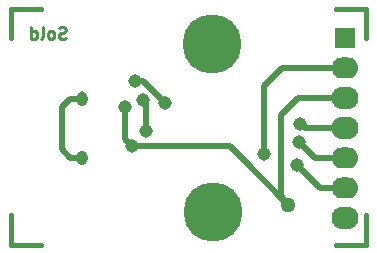
<source format=gbl>
G04 #@! TF.FileFunction,Copper,L2,Bot*
%FSLAX46Y46*%
G04 Gerber Fmt 4.6, Leading zero omitted, Abs format (unit mm)*
G04 Created by KiCad (PCBNEW (2015-01-16 BZR 5376)-product) date 7/2/2015 3:56:48 PM*
%MOMM*%
G01*
G04 APERTURE LIST*
%ADD10C,0.150000*%
%ADD11C,0.381000*%
%ADD12C,0.254000*%
%ADD13O,0.950000X1.250000*%
%ADD14C,5.000000*%
%ADD15R,1.651000X1.651000*%
%ADD16O,2.286000X1.778000*%
%ADD17O,2.286000X1.905000*%
%ADD18C,1.143000*%
%ADD19C,1.270000*%
%ADD20C,0.508000*%
%ADD21C,0.304800*%
G04 APERTURE END LIST*
D10*
D11*
X28500000Y-39500000D02*
X28500000Y-37000000D01*
X28500000Y-39500000D02*
X31000000Y-39500000D01*
X58500000Y-39500000D02*
X56000000Y-39500000D01*
X58500000Y-39500000D02*
X58500000Y-37000000D01*
X28500000Y-19500000D02*
X28500000Y-22000000D01*
X28500000Y-19500000D02*
X31000000Y-19500000D01*
X58500000Y-19500000D02*
X58500000Y-22000000D01*
X58500000Y-19500000D02*
X56000000Y-19500000D01*
D12*
X33113618Y-22038238D02*
X32968475Y-22086619D01*
X32726571Y-22086619D01*
X32629809Y-22038238D01*
X32581428Y-21989857D01*
X32533047Y-21893095D01*
X32533047Y-21796333D01*
X32581428Y-21699571D01*
X32629809Y-21651190D01*
X32726571Y-21602810D01*
X32920094Y-21554429D01*
X33016856Y-21506048D01*
X33065237Y-21457667D01*
X33113618Y-21360905D01*
X33113618Y-21264143D01*
X33065237Y-21167381D01*
X33016856Y-21119000D01*
X32920094Y-21070619D01*
X32678190Y-21070619D01*
X32533047Y-21119000D01*
X31952475Y-22086619D02*
X32049237Y-22038238D01*
X32097618Y-21989857D01*
X32145999Y-21893095D01*
X32145999Y-21602810D01*
X32097618Y-21506048D01*
X32049237Y-21457667D01*
X31952475Y-21409286D01*
X31807333Y-21409286D01*
X31710571Y-21457667D01*
X31662190Y-21506048D01*
X31613809Y-21602810D01*
X31613809Y-21893095D01*
X31662190Y-21989857D01*
X31710571Y-22038238D01*
X31807333Y-22086619D01*
X31952475Y-22086619D01*
X31033237Y-22086619D02*
X31129999Y-22038238D01*
X31178380Y-21941476D01*
X31178380Y-21070619D01*
X30210762Y-22086619D02*
X30210762Y-21070619D01*
X30210762Y-22038238D02*
X30307524Y-22086619D01*
X30501047Y-22086619D01*
X30597809Y-22038238D01*
X30646190Y-21989857D01*
X30694571Y-21893095D01*
X30694571Y-21602810D01*
X30646190Y-21506048D01*
X30597809Y-21457667D01*
X30501047Y-21409286D01*
X30307524Y-21409286D01*
X30210762Y-21457667D01*
D13*
X34470540Y-27127100D03*
X34470540Y-32127100D03*
D14*
X45608000Y-36740000D03*
X45500000Y-22500000D03*
D15*
X56784000Y-22008000D03*
D16*
X56784000Y-24548000D03*
D17*
X56784000Y-27088000D03*
X56784000Y-29628000D03*
D16*
X56784000Y-32168000D03*
X56784000Y-34708000D03*
D17*
X56784000Y-37248000D03*
D18*
X49926000Y-31850500D03*
X39893000Y-29882000D03*
X39639000Y-27215000D03*
X52656500Y-32739500D03*
X52847000Y-30834500D03*
X52974000Y-29247000D03*
D19*
X51958000Y-36105000D03*
D18*
X38115000Y-27850000D03*
X38750000Y-31152000D03*
X41480500Y-27469000D03*
X38940500Y-25627500D03*
D20*
X51450000Y-24548000D02*
X49926000Y-26072000D01*
X49926000Y-26072000D02*
X49926000Y-31850500D01*
X54244000Y-24548000D02*
X51450000Y-24548000D01*
X55768000Y-24548000D02*
X54244000Y-24548000D01*
X56784000Y-24548000D02*
X54244000Y-24548000D01*
X39893000Y-27469000D02*
X39893000Y-29882000D01*
X39639000Y-27215000D02*
X39893000Y-27469000D01*
D21*
X52656500Y-32739500D02*
X54625000Y-34708000D01*
D11*
X54625000Y-34708000D02*
X52656500Y-32739500D01*
X55768000Y-34708000D02*
X54625000Y-34708000D01*
D20*
X54625000Y-34708000D02*
X52656500Y-32739500D01*
X56784000Y-34708000D02*
X54625000Y-34708000D01*
D21*
X52847000Y-30834500D02*
X54180500Y-32168000D01*
D11*
X54180500Y-32168000D02*
X52847000Y-30834500D01*
X55768000Y-32168000D02*
X54180500Y-32168000D01*
D20*
X54180500Y-32168000D02*
X52847000Y-30834500D01*
X56784000Y-32168000D02*
X54180500Y-32168000D01*
D21*
X52974000Y-29247000D02*
X53355000Y-29628000D01*
D20*
X53355000Y-29628000D02*
X55768000Y-29628000D01*
X53355000Y-29628000D02*
X52974000Y-29247000D01*
X56784000Y-29628000D02*
X53355000Y-29628000D01*
X51958000Y-36105000D02*
X47830500Y-31977500D01*
X38115000Y-30517000D02*
X38115000Y-27850000D01*
X38750000Y-31152000D02*
X38115000Y-30517000D01*
D21*
X40655000Y-31152000D02*
X38750000Y-31152000D01*
X51323000Y-34708000D02*
X51323000Y-31850500D01*
D20*
X47005000Y-31152000D02*
X47830500Y-31977500D01*
X38750000Y-31152000D02*
X47005000Y-31152000D01*
X51958000Y-36041500D02*
X51323000Y-35406500D01*
X51323000Y-31977500D02*
X51323000Y-31850500D01*
X51323000Y-35406500D02*
X51323000Y-31977500D01*
X51958000Y-36105000D02*
X51958000Y-36041500D01*
X54498000Y-27088000D02*
X55768000Y-27088000D01*
X52783500Y-27088000D02*
X54498000Y-27088000D01*
X51323000Y-28548500D02*
X52783500Y-27088000D01*
X51323000Y-31977500D02*
X51323000Y-28548500D01*
X56784000Y-27088000D02*
X54498000Y-27088000D01*
D21*
X34470540Y-32127100D02*
X34470540Y-32383460D01*
X34470540Y-27127100D02*
X34470540Y-26618540D01*
D20*
X33503900Y-27127100D02*
X32781000Y-27850000D01*
X32781000Y-27850000D02*
X32781000Y-31406000D01*
X32781000Y-31406000D02*
X33502100Y-32127100D01*
X33502100Y-32127100D02*
X34470540Y-32127100D01*
X34470540Y-27127100D02*
X33503900Y-27127100D01*
X41480500Y-27469000D02*
X39639000Y-25627500D01*
X39639000Y-25627500D02*
X38940500Y-25627500D01*
M02*

</source>
